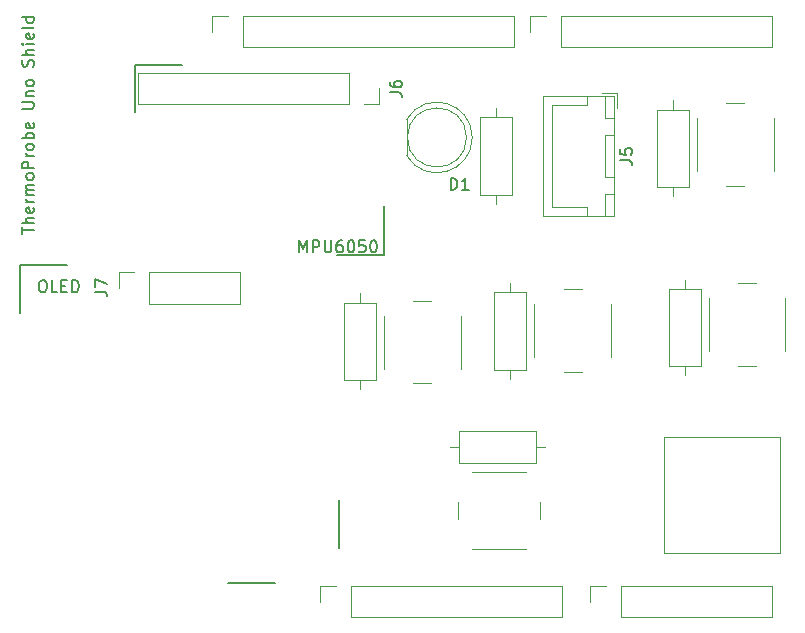
<source format=gbr>
%TF.GenerationSoftware,KiCad,Pcbnew,8.0.8*%
%TF.CreationDate,2025-02-03T13:38:40-07:00*%
%TF.ProjectId,Uno_Shield_ThermoProbe,556e6f5f-5368-4696-956c-645f54686572,rev?*%
%TF.SameCoordinates,Original*%
%TF.FileFunction,Legend,Top*%
%TF.FilePolarity,Positive*%
%FSLAX46Y46*%
G04 Gerber Fmt 4.6, Leading zero omitted, Abs format (unit mm)*
G04 Created by KiCad (PCBNEW 8.0.8) date 2025-02-03 13:38:40*
%MOMM*%
%LPD*%
G01*
G04 APERTURE LIST*
%ADD10C,0.150000*%
%ADD11C,0.120000*%
G04 APERTURE END LIST*
D10*
X101369819Y-66306077D02*
X101369819Y-65734649D01*
X102369819Y-66020363D02*
X101369819Y-66020363D01*
X102369819Y-65401315D02*
X101369819Y-65401315D01*
X102369819Y-64972744D02*
X101846009Y-64972744D01*
X101846009Y-64972744D02*
X101750771Y-65020363D01*
X101750771Y-65020363D02*
X101703152Y-65115601D01*
X101703152Y-65115601D02*
X101703152Y-65258458D01*
X101703152Y-65258458D02*
X101750771Y-65353696D01*
X101750771Y-65353696D02*
X101798390Y-65401315D01*
X102322200Y-64115601D02*
X102369819Y-64210839D01*
X102369819Y-64210839D02*
X102369819Y-64401315D01*
X102369819Y-64401315D02*
X102322200Y-64496553D01*
X102322200Y-64496553D02*
X102226961Y-64544172D01*
X102226961Y-64544172D02*
X101846009Y-64544172D01*
X101846009Y-64544172D02*
X101750771Y-64496553D01*
X101750771Y-64496553D02*
X101703152Y-64401315D01*
X101703152Y-64401315D02*
X101703152Y-64210839D01*
X101703152Y-64210839D02*
X101750771Y-64115601D01*
X101750771Y-64115601D02*
X101846009Y-64067982D01*
X101846009Y-64067982D02*
X101941247Y-64067982D01*
X101941247Y-64067982D02*
X102036485Y-64544172D01*
X102369819Y-63639410D02*
X101703152Y-63639410D01*
X101893628Y-63639410D02*
X101798390Y-63591791D01*
X101798390Y-63591791D02*
X101750771Y-63544172D01*
X101750771Y-63544172D02*
X101703152Y-63448934D01*
X101703152Y-63448934D02*
X101703152Y-63353696D01*
X102369819Y-63020362D02*
X101703152Y-63020362D01*
X101798390Y-63020362D02*
X101750771Y-62972743D01*
X101750771Y-62972743D02*
X101703152Y-62877505D01*
X101703152Y-62877505D02*
X101703152Y-62734648D01*
X101703152Y-62734648D02*
X101750771Y-62639410D01*
X101750771Y-62639410D02*
X101846009Y-62591791D01*
X101846009Y-62591791D02*
X102369819Y-62591791D01*
X101846009Y-62591791D02*
X101750771Y-62544172D01*
X101750771Y-62544172D02*
X101703152Y-62448934D01*
X101703152Y-62448934D02*
X101703152Y-62306077D01*
X101703152Y-62306077D02*
X101750771Y-62210838D01*
X101750771Y-62210838D02*
X101846009Y-62163219D01*
X101846009Y-62163219D02*
X102369819Y-62163219D01*
X102369819Y-61544172D02*
X102322200Y-61639410D01*
X102322200Y-61639410D02*
X102274580Y-61687029D01*
X102274580Y-61687029D02*
X102179342Y-61734648D01*
X102179342Y-61734648D02*
X101893628Y-61734648D01*
X101893628Y-61734648D02*
X101798390Y-61687029D01*
X101798390Y-61687029D02*
X101750771Y-61639410D01*
X101750771Y-61639410D02*
X101703152Y-61544172D01*
X101703152Y-61544172D02*
X101703152Y-61401315D01*
X101703152Y-61401315D02*
X101750771Y-61306077D01*
X101750771Y-61306077D02*
X101798390Y-61258458D01*
X101798390Y-61258458D02*
X101893628Y-61210839D01*
X101893628Y-61210839D02*
X102179342Y-61210839D01*
X102179342Y-61210839D02*
X102274580Y-61258458D01*
X102274580Y-61258458D02*
X102322200Y-61306077D01*
X102322200Y-61306077D02*
X102369819Y-61401315D01*
X102369819Y-61401315D02*
X102369819Y-61544172D01*
X102369819Y-60782267D02*
X101369819Y-60782267D01*
X101369819Y-60782267D02*
X101369819Y-60401315D01*
X101369819Y-60401315D02*
X101417438Y-60306077D01*
X101417438Y-60306077D02*
X101465057Y-60258458D01*
X101465057Y-60258458D02*
X101560295Y-60210839D01*
X101560295Y-60210839D02*
X101703152Y-60210839D01*
X101703152Y-60210839D02*
X101798390Y-60258458D01*
X101798390Y-60258458D02*
X101846009Y-60306077D01*
X101846009Y-60306077D02*
X101893628Y-60401315D01*
X101893628Y-60401315D02*
X101893628Y-60782267D01*
X102369819Y-59782267D02*
X101703152Y-59782267D01*
X101893628Y-59782267D02*
X101798390Y-59734648D01*
X101798390Y-59734648D02*
X101750771Y-59687029D01*
X101750771Y-59687029D02*
X101703152Y-59591791D01*
X101703152Y-59591791D02*
X101703152Y-59496553D01*
X102369819Y-59020362D02*
X102322200Y-59115600D01*
X102322200Y-59115600D02*
X102274580Y-59163219D01*
X102274580Y-59163219D02*
X102179342Y-59210838D01*
X102179342Y-59210838D02*
X101893628Y-59210838D01*
X101893628Y-59210838D02*
X101798390Y-59163219D01*
X101798390Y-59163219D02*
X101750771Y-59115600D01*
X101750771Y-59115600D02*
X101703152Y-59020362D01*
X101703152Y-59020362D02*
X101703152Y-58877505D01*
X101703152Y-58877505D02*
X101750771Y-58782267D01*
X101750771Y-58782267D02*
X101798390Y-58734648D01*
X101798390Y-58734648D02*
X101893628Y-58687029D01*
X101893628Y-58687029D02*
X102179342Y-58687029D01*
X102179342Y-58687029D02*
X102274580Y-58734648D01*
X102274580Y-58734648D02*
X102322200Y-58782267D01*
X102322200Y-58782267D02*
X102369819Y-58877505D01*
X102369819Y-58877505D02*
X102369819Y-59020362D01*
X102369819Y-58258457D02*
X101369819Y-58258457D01*
X101750771Y-58258457D02*
X101703152Y-58163219D01*
X101703152Y-58163219D02*
X101703152Y-57972743D01*
X101703152Y-57972743D02*
X101750771Y-57877505D01*
X101750771Y-57877505D02*
X101798390Y-57829886D01*
X101798390Y-57829886D02*
X101893628Y-57782267D01*
X101893628Y-57782267D02*
X102179342Y-57782267D01*
X102179342Y-57782267D02*
X102274580Y-57829886D01*
X102274580Y-57829886D02*
X102322200Y-57877505D01*
X102322200Y-57877505D02*
X102369819Y-57972743D01*
X102369819Y-57972743D02*
X102369819Y-58163219D01*
X102369819Y-58163219D02*
X102322200Y-58258457D01*
X102322200Y-56972743D02*
X102369819Y-57067981D01*
X102369819Y-57067981D02*
X102369819Y-57258457D01*
X102369819Y-57258457D02*
X102322200Y-57353695D01*
X102322200Y-57353695D02*
X102226961Y-57401314D01*
X102226961Y-57401314D02*
X101846009Y-57401314D01*
X101846009Y-57401314D02*
X101750771Y-57353695D01*
X101750771Y-57353695D02*
X101703152Y-57258457D01*
X101703152Y-57258457D02*
X101703152Y-57067981D01*
X101703152Y-57067981D02*
X101750771Y-56972743D01*
X101750771Y-56972743D02*
X101846009Y-56925124D01*
X101846009Y-56925124D02*
X101941247Y-56925124D01*
X101941247Y-56925124D02*
X102036485Y-57401314D01*
X101369819Y-55734647D02*
X102179342Y-55734647D01*
X102179342Y-55734647D02*
X102274580Y-55687028D01*
X102274580Y-55687028D02*
X102322200Y-55639409D01*
X102322200Y-55639409D02*
X102369819Y-55544171D01*
X102369819Y-55544171D02*
X102369819Y-55353695D01*
X102369819Y-55353695D02*
X102322200Y-55258457D01*
X102322200Y-55258457D02*
X102274580Y-55210838D01*
X102274580Y-55210838D02*
X102179342Y-55163219D01*
X102179342Y-55163219D02*
X101369819Y-55163219D01*
X101703152Y-54687028D02*
X102369819Y-54687028D01*
X101798390Y-54687028D02*
X101750771Y-54639409D01*
X101750771Y-54639409D02*
X101703152Y-54544171D01*
X101703152Y-54544171D02*
X101703152Y-54401314D01*
X101703152Y-54401314D02*
X101750771Y-54306076D01*
X101750771Y-54306076D02*
X101846009Y-54258457D01*
X101846009Y-54258457D02*
X102369819Y-54258457D01*
X102369819Y-53639409D02*
X102322200Y-53734647D01*
X102322200Y-53734647D02*
X102274580Y-53782266D01*
X102274580Y-53782266D02*
X102179342Y-53829885D01*
X102179342Y-53829885D02*
X101893628Y-53829885D01*
X101893628Y-53829885D02*
X101798390Y-53782266D01*
X101798390Y-53782266D02*
X101750771Y-53734647D01*
X101750771Y-53734647D02*
X101703152Y-53639409D01*
X101703152Y-53639409D02*
X101703152Y-53496552D01*
X101703152Y-53496552D02*
X101750771Y-53401314D01*
X101750771Y-53401314D02*
X101798390Y-53353695D01*
X101798390Y-53353695D02*
X101893628Y-53306076D01*
X101893628Y-53306076D02*
X102179342Y-53306076D01*
X102179342Y-53306076D02*
X102274580Y-53353695D01*
X102274580Y-53353695D02*
X102322200Y-53401314D01*
X102322200Y-53401314D02*
X102369819Y-53496552D01*
X102369819Y-53496552D02*
X102369819Y-53639409D01*
X102322200Y-52163218D02*
X102369819Y-52020361D01*
X102369819Y-52020361D02*
X102369819Y-51782266D01*
X102369819Y-51782266D02*
X102322200Y-51687028D01*
X102322200Y-51687028D02*
X102274580Y-51639409D01*
X102274580Y-51639409D02*
X102179342Y-51591790D01*
X102179342Y-51591790D02*
X102084104Y-51591790D01*
X102084104Y-51591790D02*
X101988866Y-51639409D01*
X101988866Y-51639409D02*
X101941247Y-51687028D01*
X101941247Y-51687028D02*
X101893628Y-51782266D01*
X101893628Y-51782266D02*
X101846009Y-51972742D01*
X101846009Y-51972742D02*
X101798390Y-52067980D01*
X101798390Y-52067980D02*
X101750771Y-52115599D01*
X101750771Y-52115599D02*
X101655533Y-52163218D01*
X101655533Y-52163218D02*
X101560295Y-52163218D01*
X101560295Y-52163218D02*
X101465057Y-52115599D01*
X101465057Y-52115599D02*
X101417438Y-52067980D01*
X101417438Y-52067980D02*
X101369819Y-51972742D01*
X101369819Y-51972742D02*
X101369819Y-51734647D01*
X101369819Y-51734647D02*
X101417438Y-51591790D01*
X102369819Y-51163218D02*
X101369819Y-51163218D01*
X102369819Y-50734647D02*
X101846009Y-50734647D01*
X101846009Y-50734647D02*
X101750771Y-50782266D01*
X101750771Y-50782266D02*
X101703152Y-50877504D01*
X101703152Y-50877504D02*
X101703152Y-51020361D01*
X101703152Y-51020361D02*
X101750771Y-51115599D01*
X101750771Y-51115599D02*
X101798390Y-51163218D01*
X102369819Y-50258456D02*
X101703152Y-50258456D01*
X101369819Y-50258456D02*
X101417438Y-50306075D01*
X101417438Y-50306075D02*
X101465057Y-50258456D01*
X101465057Y-50258456D02*
X101417438Y-50210837D01*
X101417438Y-50210837D02*
X101369819Y-50258456D01*
X101369819Y-50258456D02*
X101465057Y-50258456D01*
X102322200Y-49401314D02*
X102369819Y-49496552D01*
X102369819Y-49496552D02*
X102369819Y-49687028D01*
X102369819Y-49687028D02*
X102322200Y-49782266D01*
X102322200Y-49782266D02*
X102226961Y-49829885D01*
X102226961Y-49829885D02*
X101846009Y-49829885D01*
X101846009Y-49829885D02*
X101750771Y-49782266D01*
X101750771Y-49782266D02*
X101703152Y-49687028D01*
X101703152Y-49687028D02*
X101703152Y-49496552D01*
X101703152Y-49496552D02*
X101750771Y-49401314D01*
X101750771Y-49401314D02*
X101846009Y-49353695D01*
X101846009Y-49353695D02*
X101941247Y-49353695D01*
X101941247Y-49353695D02*
X102036485Y-49829885D01*
X102369819Y-48782266D02*
X102322200Y-48877504D01*
X102322200Y-48877504D02*
X102226961Y-48925123D01*
X102226961Y-48925123D02*
X101369819Y-48925123D01*
X102369819Y-47972742D02*
X101369819Y-47972742D01*
X102322200Y-47972742D02*
X102369819Y-48067980D01*
X102369819Y-48067980D02*
X102369819Y-48258456D01*
X102369819Y-48258456D02*
X102322200Y-48353694D01*
X102322200Y-48353694D02*
X102274580Y-48401313D01*
X102274580Y-48401313D02*
X102179342Y-48448932D01*
X102179342Y-48448932D02*
X101893628Y-48448932D01*
X101893628Y-48448932D02*
X101798390Y-48401313D01*
X101798390Y-48401313D02*
X101750771Y-48353694D01*
X101750771Y-48353694D02*
X101703152Y-48258456D01*
X101703152Y-48258456D02*
X101703152Y-48067980D01*
X101703152Y-48067980D02*
X101750771Y-47972742D01*
X103027255Y-70269819D02*
X103217731Y-70269819D01*
X103217731Y-70269819D02*
X103312969Y-70317438D01*
X103312969Y-70317438D02*
X103408207Y-70412676D01*
X103408207Y-70412676D02*
X103455826Y-70603152D01*
X103455826Y-70603152D02*
X103455826Y-70936485D01*
X103455826Y-70936485D02*
X103408207Y-71126961D01*
X103408207Y-71126961D02*
X103312969Y-71222200D01*
X103312969Y-71222200D02*
X103217731Y-71269819D01*
X103217731Y-71269819D02*
X103027255Y-71269819D01*
X103027255Y-71269819D02*
X102932017Y-71222200D01*
X102932017Y-71222200D02*
X102836779Y-71126961D01*
X102836779Y-71126961D02*
X102789160Y-70936485D01*
X102789160Y-70936485D02*
X102789160Y-70603152D01*
X102789160Y-70603152D02*
X102836779Y-70412676D01*
X102836779Y-70412676D02*
X102932017Y-70317438D01*
X102932017Y-70317438D02*
X103027255Y-70269819D01*
X104360588Y-71269819D02*
X103884398Y-71269819D01*
X103884398Y-71269819D02*
X103884398Y-70269819D01*
X104693922Y-70746009D02*
X105027255Y-70746009D01*
X105170112Y-71269819D02*
X104693922Y-71269819D01*
X104693922Y-71269819D02*
X104693922Y-70269819D01*
X104693922Y-70269819D02*
X105170112Y-70269819D01*
X105598684Y-71269819D02*
X105598684Y-70269819D01*
X105598684Y-70269819D02*
X105836779Y-70269819D01*
X105836779Y-70269819D02*
X105979636Y-70317438D01*
X105979636Y-70317438D02*
X106074874Y-70412676D01*
X106074874Y-70412676D02*
X106122493Y-70507914D01*
X106122493Y-70507914D02*
X106170112Y-70698390D01*
X106170112Y-70698390D02*
X106170112Y-70841247D01*
X106170112Y-70841247D02*
X106122493Y-71031723D01*
X106122493Y-71031723D02*
X106074874Y-71126961D01*
X106074874Y-71126961D02*
X105979636Y-71222200D01*
X105979636Y-71222200D02*
X105836779Y-71269819D01*
X105836779Y-71269819D02*
X105598684Y-71269819D01*
X124836779Y-67894819D02*
X124836779Y-66894819D01*
X124836779Y-66894819D02*
X125170112Y-67609104D01*
X125170112Y-67609104D02*
X125503445Y-66894819D01*
X125503445Y-66894819D02*
X125503445Y-67894819D01*
X125979636Y-67894819D02*
X125979636Y-66894819D01*
X125979636Y-66894819D02*
X126360588Y-66894819D01*
X126360588Y-66894819D02*
X126455826Y-66942438D01*
X126455826Y-66942438D02*
X126503445Y-66990057D01*
X126503445Y-66990057D02*
X126551064Y-67085295D01*
X126551064Y-67085295D02*
X126551064Y-67228152D01*
X126551064Y-67228152D02*
X126503445Y-67323390D01*
X126503445Y-67323390D02*
X126455826Y-67371009D01*
X126455826Y-67371009D02*
X126360588Y-67418628D01*
X126360588Y-67418628D02*
X125979636Y-67418628D01*
X126979636Y-66894819D02*
X126979636Y-67704342D01*
X126979636Y-67704342D02*
X127027255Y-67799580D01*
X127027255Y-67799580D02*
X127074874Y-67847200D01*
X127074874Y-67847200D02*
X127170112Y-67894819D01*
X127170112Y-67894819D02*
X127360588Y-67894819D01*
X127360588Y-67894819D02*
X127455826Y-67847200D01*
X127455826Y-67847200D02*
X127503445Y-67799580D01*
X127503445Y-67799580D02*
X127551064Y-67704342D01*
X127551064Y-67704342D02*
X127551064Y-66894819D01*
X128455826Y-66894819D02*
X128265350Y-66894819D01*
X128265350Y-66894819D02*
X128170112Y-66942438D01*
X128170112Y-66942438D02*
X128122493Y-66990057D01*
X128122493Y-66990057D02*
X128027255Y-67132914D01*
X128027255Y-67132914D02*
X127979636Y-67323390D01*
X127979636Y-67323390D02*
X127979636Y-67704342D01*
X127979636Y-67704342D02*
X128027255Y-67799580D01*
X128027255Y-67799580D02*
X128074874Y-67847200D01*
X128074874Y-67847200D02*
X128170112Y-67894819D01*
X128170112Y-67894819D02*
X128360588Y-67894819D01*
X128360588Y-67894819D02*
X128455826Y-67847200D01*
X128455826Y-67847200D02*
X128503445Y-67799580D01*
X128503445Y-67799580D02*
X128551064Y-67704342D01*
X128551064Y-67704342D02*
X128551064Y-67466247D01*
X128551064Y-67466247D02*
X128503445Y-67371009D01*
X128503445Y-67371009D02*
X128455826Y-67323390D01*
X128455826Y-67323390D02*
X128360588Y-67275771D01*
X128360588Y-67275771D02*
X128170112Y-67275771D01*
X128170112Y-67275771D02*
X128074874Y-67323390D01*
X128074874Y-67323390D02*
X128027255Y-67371009D01*
X128027255Y-67371009D02*
X127979636Y-67466247D01*
X129170112Y-66894819D02*
X129265350Y-66894819D01*
X129265350Y-66894819D02*
X129360588Y-66942438D01*
X129360588Y-66942438D02*
X129408207Y-66990057D01*
X129408207Y-66990057D02*
X129455826Y-67085295D01*
X129455826Y-67085295D02*
X129503445Y-67275771D01*
X129503445Y-67275771D02*
X129503445Y-67513866D01*
X129503445Y-67513866D02*
X129455826Y-67704342D01*
X129455826Y-67704342D02*
X129408207Y-67799580D01*
X129408207Y-67799580D02*
X129360588Y-67847200D01*
X129360588Y-67847200D02*
X129265350Y-67894819D01*
X129265350Y-67894819D02*
X129170112Y-67894819D01*
X129170112Y-67894819D02*
X129074874Y-67847200D01*
X129074874Y-67847200D02*
X129027255Y-67799580D01*
X129027255Y-67799580D02*
X128979636Y-67704342D01*
X128979636Y-67704342D02*
X128932017Y-67513866D01*
X128932017Y-67513866D02*
X128932017Y-67275771D01*
X128932017Y-67275771D02*
X128979636Y-67085295D01*
X128979636Y-67085295D02*
X129027255Y-66990057D01*
X129027255Y-66990057D02*
X129074874Y-66942438D01*
X129074874Y-66942438D02*
X129170112Y-66894819D01*
X130408207Y-66894819D02*
X129932017Y-66894819D01*
X129932017Y-66894819D02*
X129884398Y-67371009D01*
X129884398Y-67371009D02*
X129932017Y-67323390D01*
X129932017Y-67323390D02*
X130027255Y-67275771D01*
X130027255Y-67275771D02*
X130265350Y-67275771D01*
X130265350Y-67275771D02*
X130360588Y-67323390D01*
X130360588Y-67323390D02*
X130408207Y-67371009D01*
X130408207Y-67371009D02*
X130455826Y-67466247D01*
X130455826Y-67466247D02*
X130455826Y-67704342D01*
X130455826Y-67704342D02*
X130408207Y-67799580D01*
X130408207Y-67799580D02*
X130360588Y-67847200D01*
X130360588Y-67847200D02*
X130265350Y-67894819D01*
X130265350Y-67894819D02*
X130027255Y-67894819D01*
X130027255Y-67894819D02*
X129932017Y-67847200D01*
X129932017Y-67847200D02*
X129884398Y-67799580D01*
X131074874Y-66894819D02*
X131170112Y-66894819D01*
X131170112Y-66894819D02*
X131265350Y-66942438D01*
X131265350Y-66942438D02*
X131312969Y-66990057D01*
X131312969Y-66990057D02*
X131360588Y-67085295D01*
X131360588Y-67085295D02*
X131408207Y-67275771D01*
X131408207Y-67275771D02*
X131408207Y-67513866D01*
X131408207Y-67513866D02*
X131360588Y-67704342D01*
X131360588Y-67704342D02*
X131312969Y-67799580D01*
X131312969Y-67799580D02*
X131265350Y-67847200D01*
X131265350Y-67847200D02*
X131170112Y-67894819D01*
X131170112Y-67894819D02*
X131074874Y-67894819D01*
X131074874Y-67894819D02*
X130979636Y-67847200D01*
X130979636Y-67847200D02*
X130932017Y-67799580D01*
X130932017Y-67799580D02*
X130884398Y-67704342D01*
X130884398Y-67704342D02*
X130836779Y-67513866D01*
X130836779Y-67513866D02*
X130836779Y-67275771D01*
X130836779Y-67275771D02*
X130884398Y-67085295D01*
X130884398Y-67085295D02*
X130932017Y-66990057D01*
X130932017Y-66990057D02*
X130979636Y-66942438D01*
X130979636Y-66942438D02*
X131074874Y-66894819D01*
X128200000Y-92900000D02*
X128200000Y-88900000D01*
X118770000Y-95900000D02*
X122770000Y-95900000D01*
X101200000Y-69000000D02*
X101200000Y-73000000D01*
X101200000Y-69000000D02*
X105200000Y-69000000D01*
X132000000Y-68100000D02*
X128000000Y-68100000D01*
X132000000Y-68100000D02*
X132000000Y-64000000D01*
X110900000Y-52000000D02*
X114900000Y-52000000D01*
X110900000Y-52000000D02*
X110900000Y-56000000D01*
X107564819Y-71233333D02*
X108279104Y-71233333D01*
X108279104Y-71233333D02*
X108421961Y-71280952D01*
X108421961Y-71280952D02*
X108517200Y-71376190D01*
X108517200Y-71376190D02*
X108564819Y-71519047D01*
X108564819Y-71519047D02*
X108564819Y-71614285D01*
X107564819Y-70852380D02*
X107564819Y-70185714D01*
X107564819Y-70185714D02*
X108564819Y-70614285D01*
X152004819Y-60083333D02*
X152719104Y-60083333D01*
X152719104Y-60083333D02*
X152861961Y-60130952D01*
X152861961Y-60130952D02*
X152957200Y-60226190D01*
X152957200Y-60226190D02*
X153004819Y-60369047D01*
X153004819Y-60369047D02*
X153004819Y-60464285D01*
X152004819Y-59130952D02*
X152004819Y-59607142D01*
X152004819Y-59607142D02*
X152481009Y-59654761D01*
X152481009Y-59654761D02*
X152433390Y-59607142D01*
X152433390Y-59607142D02*
X152385771Y-59511904D01*
X152385771Y-59511904D02*
X152385771Y-59273809D01*
X152385771Y-59273809D02*
X152433390Y-59178571D01*
X152433390Y-59178571D02*
X152481009Y-59130952D01*
X152481009Y-59130952D02*
X152576247Y-59083333D01*
X152576247Y-59083333D02*
X152814342Y-59083333D01*
X152814342Y-59083333D02*
X152909580Y-59130952D01*
X152909580Y-59130952D02*
X152957200Y-59178571D01*
X152957200Y-59178571D02*
X153004819Y-59273809D01*
X153004819Y-59273809D02*
X153004819Y-59511904D01*
X153004819Y-59511904D02*
X152957200Y-59607142D01*
X152957200Y-59607142D02*
X152909580Y-59654761D01*
X137652843Y-62601890D02*
X137652843Y-61601890D01*
X137652843Y-61601890D02*
X137890938Y-61601890D01*
X137890938Y-61601890D02*
X138033795Y-61649509D01*
X138033795Y-61649509D02*
X138129033Y-61744747D01*
X138129033Y-61744747D02*
X138176652Y-61839985D01*
X138176652Y-61839985D02*
X138224271Y-62030461D01*
X138224271Y-62030461D02*
X138224271Y-62173318D01*
X138224271Y-62173318D02*
X138176652Y-62363794D01*
X138176652Y-62363794D02*
X138129033Y-62459032D01*
X138129033Y-62459032D02*
X138033795Y-62554271D01*
X138033795Y-62554271D02*
X137890938Y-62601890D01*
X137890938Y-62601890D02*
X137652843Y-62601890D01*
X139176652Y-62601890D02*
X138605224Y-62601890D01*
X138890938Y-62601890D02*
X138890938Y-61601890D01*
X138890938Y-61601890D02*
X138795700Y-61744747D01*
X138795700Y-61744747D02*
X138700462Y-61839985D01*
X138700462Y-61839985D02*
X138605224Y-61887604D01*
X132514819Y-54358333D02*
X133229104Y-54358333D01*
X133229104Y-54358333D02*
X133371961Y-54405952D01*
X133371961Y-54405952D02*
X133467200Y-54501190D01*
X133467200Y-54501190D02*
X133514819Y-54644047D01*
X133514819Y-54644047D02*
X133514819Y-54739285D01*
X132514819Y-53453571D02*
X132514819Y-53644047D01*
X132514819Y-53644047D02*
X132562438Y-53739285D01*
X132562438Y-53739285D02*
X132610057Y-53786904D01*
X132610057Y-53786904D02*
X132752914Y-53882142D01*
X132752914Y-53882142D02*
X132943390Y-53929761D01*
X132943390Y-53929761D02*
X133324342Y-53929761D01*
X133324342Y-53929761D02*
X133419580Y-53882142D01*
X133419580Y-53882142D02*
X133467200Y-53834523D01*
X133467200Y-53834523D02*
X133514819Y-53739285D01*
X133514819Y-53739285D02*
X133514819Y-53548809D01*
X133514819Y-53548809D02*
X133467200Y-53453571D01*
X133467200Y-53453571D02*
X133419580Y-53405952D01*
X133419580Y-53405952D02*
X133324342Y-53358333D01*
X133324342Y-53358333D02*
X133086247Y-53358333D01*
X133086247Y-53358333D02*
X132991009Y-53405952D01*
X132991009Y-53405952D02*
X132943390Y-53453571D01*
X132943390Y-53453571D02*
X132895771Y-53548809D01*
X132895771Y-53548809D02*
X132895771Y-53739285D01*
X132895771Y-53739285D02*
X132943390Y-53834523D01*
X132943390Y-53834523D02*
X132991009Y-53882142D01*
X132991009Y-53882142D02*
X133086247Y-53929761D01*
D11*
%TO.C,SW5*%
X134500000Y-79000000D02*
X136000000Y-79000000D01*
X138500000Y-77750000D02*
X138500000Y-73250000D01*
X132000000Y-73250000D02*
X132000000Y-77750000D01*
X136000000Y-72000000D02*
X134500000Y-72000000D01*
%TO.C,SW4*%
X138250000Y-89000000D02*
X138250000Y-90500000D01*
X139500000Y-93000000D02*
X144000000Y-93000000D01*
X144000000Y-86500000D02*
X139500000Y-86500000D01*
X145250000Y-90500000D02*
X145250000Y-89000000D01*
%TO.C,SW3*%
X147250000Y-78000000D02*
X148750000Y-78000000D01*
X151250000Y-76750000D02*
X151250000Y-72250000D01*
X144750000Y-72250000D02*
X144750000Y-76750000D01*
X148750000Y-71000000D02*
X147250000Y-71000000D01*
%TO.C,SW2*%
X162500000Y-55250000D02*
X161000000Y-55250000D01*
X158500000Y-56500000D02*
X158500000Y-61000000D01*
X165000000Y-61000000D02*
X165000000Y-56500000D01*
X161000000Y-62250000D02*
X162500000Y-62250000D01*
%TO.C,SW1*%
X163500000Y-70500000D02*
X162000000Y-70500000D01*
X159500000Y-71750000D02*
X159500000Y-76250000D01*
X166000000Y-76250000D02*
X166000000Y-71750000D01*
X162000000Y-77500000D02*
X163500000Y-77500000D01*
%TO.C,RV1*%
X165505000Y-83560000D02*
X155735000Y-83560000D01*
X165505000Y-83560000D02*
X165505000Y-93330000D01*
X155735000Y-83560000D02*
X155735000Y-93330000D01*
X165505000Y-93330000D02*
X155735000Y-93330000D01*
%TO.C,R6*%
X130000000Y-71380000D02*
X130000000Y-72150000D01*
X131370000Y-72150000D02*
X128630000Y-72150000D01*
X128630000Y-72150000D02*
X128630000Y-78690000D01*
X131370000Y-78690000D02*
X131370000Y-72150000D01*
X128630000Y-78690000D02*
X131370000Y-78690000D01*
X130000000Y-79460000D02*
X130000000Y-78690000D01*
%TO.C,R5*%
X137570000Y-84360000D02*
X138340000Y-84360000D01*
X138340000Y-82990000D02*
X138340000Y-85730000D01*
X138340000Y-85730000D02*
X144880000Y-85730000D01*
X144880000Y-82990000D02*
X138340000Y-82990000D01*
X144880000Y-85730000D02*
X144880000Y-82990000D01*
X145650000Y-84360000D02*
X144880000Y-84360000D01*
%TO.C,R4*%
X142660000Y-78600000D02*
X142660000Y-77830000D01*
X141290000Y-77830000D02*
X144030000Y-77830000D01*
X144030000Y-77830000D02*
X144030000Y-71290000D01*
X141290000Y-71290000D02*
X141290000Y-77830000D01*
X144030000Y-71290000D02*
X141290000Y-71290000D01*
X142660000Y-70520000D02*
X142660000Y-71290000D01*
%TO.C,R3*%
X156500000Y-55040000D02*
X156500000Y-55810000D01*
X157870000Y-55810000D02*
X155130000Y-55810000D01*
X155130000Y-55810000D02*
X155130000Y-62350000D01*
X157870000Y-62350000D02*
X157870000Y-55810000D01*
X155130000Y-62350000D02*
X157870000Y-62350000D01*
X156500000Y-63120000D02*
X156500000Y-62350000D01*
%TO.C,R2*%
X157500000Y-70210000D02*
X157500000Y-70980000D01*
X158870000Y-70980000D02*
X156130000Y-70980000D01*
X156130000Y-70980000D02*
X156130000Y-77520000D01*
X158870000Y-77520000D02*
X158870000Y-70980000D01*
X156130000Y-77520000D02*
X158870000Y-77520000D01*
X157500000Y-78290000D02*
X157500000Y-77520000D01*
%TO.C,R1*%
X141500000Y-55710000D02*
X141500000Y-56480000D01*
X142870000Y-56480000D02*
X140130000Y-56480000D01*
X140130000Y-56480000D02*
X140130000Y-63020000D01*
X142870000Y-63020000D02*
X142870000Y-56480000D01*
X140130000Y-63020000D02*
X142870000Y-63020000D01*
X141500000Y-63790000D02*
X141500000Y-63020000D01*
%TO.C,J7*%
X112150000Y-72230000D02*
X119830000Y-72230000D01*
X112150000Y-72230000D02*
X112150000Y-69570000D01*
X119830000Y-72230000D02*
X119830000Y-69570000D01*
X109550000Y-70900000D02*
X109550000Y-69570000D01*
X109550000Y-69570000D02*
X110880000Y-69570000D01*
X112150000Y-69570000D02*
X119830000Y-69570000D01*
%TO.C,J5*%
X151750000Y-54400000D02*
X150500000Y-54400000D01*
X151460000Y-54690000D02*
X145490000Y-54690000D01*
X145490000Y-54690000D02*
X145490000Y-64810000D01*
X151450000Y-54700000D02*
X150700000Y-54700000D01*
X150700000Y-54700000D02*
X150700000Y-56500000D01*
X149200000Y-54700000D02*
X149200000Y-55450000D01*
X149200000Y-55450000D02*
X146250000Y-55450000D01*
X146250000Y-55450000D02*
X146250000Y-59750000D01*
X151750000Y-55650000D02*
X151750000Y-54400000D01*
X151450000Y-56500000D02*
X151450000Y-54700000D01*
X150700000Y-56500000D02*
X151450000Y-56500000D01*
X151450000Y-58000000D02*
X150700000Y-58000000D01*
X150700000Y-58000000D02*
X150700000Y-61500000D01*
X151450000Y-61500000D02*
X151450000Y-58000000D01*
X150700000Y-61500000D02*
X151450000Y-61500000D01*
X151450000Y-63000000D02*
X150700000Y-63000000D01*
X150700000Y-63000000D02*
X150700000Y-64800000D01*
X149200000Y-64050000D02*
X146250000Y-64050000D01*
X146250000Y-64050000D02*
X146250000Y-59750000D01*
X151450000Y-64800000D02*
X151450000Y-63000000D01*
X150700000Y-64800000D02*
X151450000Y-64800000D01*
X149200000Y-64800000D02*
X149200000Y-64050000D01*
X151460000Y-64810000D02*
X151460000Y-54690000D01*
X145490000Y-64810000D02*
X151460000Y-64810000D01*
%TO.C,D1*%
X133935000Y-56625000D02*
X133935000Y-59715000D01*
X133935000Y-56625170D02*
G75*
G02*
X139485000Y-58169952I2560000J-1544830D01*
G01*
X139485000Y-58170048D02*
G75*
G02*
X133935000Y-59714830I-2990000J48D01*
G01*
X138995000Y-58170000D02*
G75*
G02*
X133995000Y-58170000I-2500000J0D01*
G01*
X133995000Y-58170000D02*
G75*
G02*
X138995000Y-58170000I2500000J0D01*
G01*
%TO.C,J1*%
X126610000Y-96130000D02*
X127940000Y-96130000D01*
X126610000Y-97460000D02*
X126610000Y-96130000D01*
X129210000Y-96130000D02*
X147050000Y-96130000D01*
X129210000Y-98790000D02*
X129210000Y-96130000D01*
X129210000Y-98790000D02*
X147050000Y-98790000D01*
X147050000Y-98790000D02*
X147050000Y-96130000D01*
%TO.C,J3*%
X149470000Y-96130000D02*
X150800000Y-96130000D01*
X149470000Y-97460000D02*
X149470000Y-96130000D01*
X152070000Y-96130000D02*
X164830000Y-96130000D01*
X152070000Y-98790000D02*
X152070000Y-96130000D01*
X152070000Y-98790000D02*
X164830000Y-98790000D01*
X164830000Y-98790000D02*
X164830000Y-96130000D01*
%TO.C,J2*%
X142986000Y-50530000D02*
X142986000Y-47870000D01*
X120066000Y-50530000D02*
X142986000Y-50530000D01*
X120066000Y-50530000D02*
X120066000Y-47870000D01*
X120066000Y-47870000D02*
X142986000Y-47870000D01*
X117466000Y-49200000D02*
X117466000Y-47870000D01*
X117466000Y-47870000D02*
X118796000Y-47870000D01*
%TO.C,J4*%
X164830000Y-50530000D02*
X164830000Y-47870000D01*
X146990000Y-50530000D02*
X164830000Y-50530000D01*
X146990000Y-50530000D02*
X146990000Y-47870000D01*
X146990000Y-47870000D02*
X164830000Y-47870000D01*
X144390000Y-49200000D02*
X144390000Y-47870000D01*
X144390000Y-47870000D02*
X145720000Y-47870000D01*
%TO.C,J6*%
X129020000Y-52695000D02*
X111180000Y-52695000D01*
X129020000Y-52695000D02*
X129020000Y-55355000D01*
X111180000Y-52695000D02*
X111180000Y-55355000D01*
X131620000Y-54025000D02*
X131620000Y-55355000D01*
X131620000Y-55355000D02*
X130290000Y-55355000D01*
X129020000Y-55355000D02*
X111180000Y-55355000D01*
%TD*%
M02*

</source>
